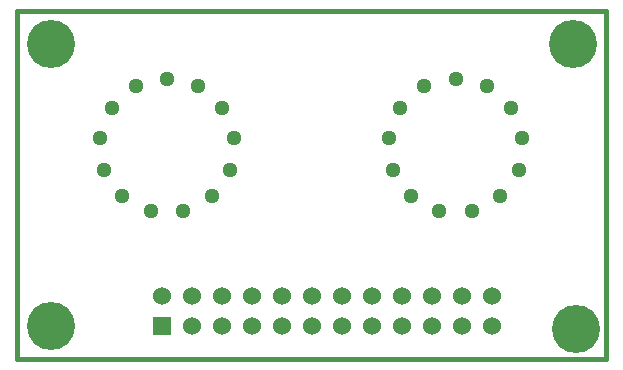
<source format=gbl>
G04 (created by PCBNEW-RS274X (2011-04-29 BZR 2986)-stable) date 6/2/2011 10:57:15 PM*
G01*
G70*
G90*
%MOIN*%
G04 Gerber Fmt 3.4, Leading zero omitted, Abs format*
%FSLAX34Y34*%
G04 APERTURE LIST*
%ADD10C,0.006000*%
%ADD11C,0.015000*%
%ADD12R,0.060000X0.060000*%
%ADD13C,0.060000*%
%ADD14C,0.160000*%
%ADD15C,0.051200*%
G04 APERTURE END LIST*
G54D10*
G54D11*
X07600Y-18600D02*
X27200Y-18600D01*
X07600Y-07000D02*
X27200Y-07000D01*
X07581Y-07000D02*
X07581Y-18600D01*
X27200Y-18600D02*
X27200Y-07000D01*
G54D12*
X12400Y-17500D03*
G54D13*
X12400Y-16500D03*
X13400Y-17500D03*
X13400Y-16500D03*
X14400Y-17500D03*
X14400Y-16500D03*
X15400Y-17500D03*
X15400Y-16500D03*
X16400Y-17500D03*
X16400Y-16500D03*
X17400Y-17500D03*
X17400Y-16500D03*
X18400Y-17500D03*
X18400Y-16500D03*
X19400Y-17500D03*
X19400Y-16500D03*
X20400Y-17500D03*
X20400Y-16500D03*
X21400Y-17500D03*
X21400Y-16500D03*
X22400Y-17500D03*
X22400Y-16500D03*
X23400Y-17500D03*
X23400Y-16500D03*
G54D14*
X26100Y-08100D03*
X26200Y-17600D03*
X08700Y-17500D03*
X08700Y-08100D03*
G54D15*
X12581Y-09256D03*
X13624Y-09512D03*
X14427Y-10224D03*
X14809Y-11228D03*
X14679Y-12295D03*
X14069Y-13181D03*
X13120Y-13677D03*
X12042Y-13677D03*
X11093Y-13181D03*
X10483Y-12295D03*
X10353Y-11228D03*
X10735Y-10224D03*
X11538Y-09512D03*
X22200Y-09256D03*
X23243Y-09512D03*
X24046Y-10224D03*
X24428Y-11228D03*
X24298Y-12295D03*
X23688Y-13181D03*
X22739Y-13677D03*
X21661Y-13677D03*
X20712Y-13181D03*
X20102Y-12295D03*
X19972Y-11228D03*
X20354Y-10224D03*
X21157Y-09512D03*
M02*

</source>
